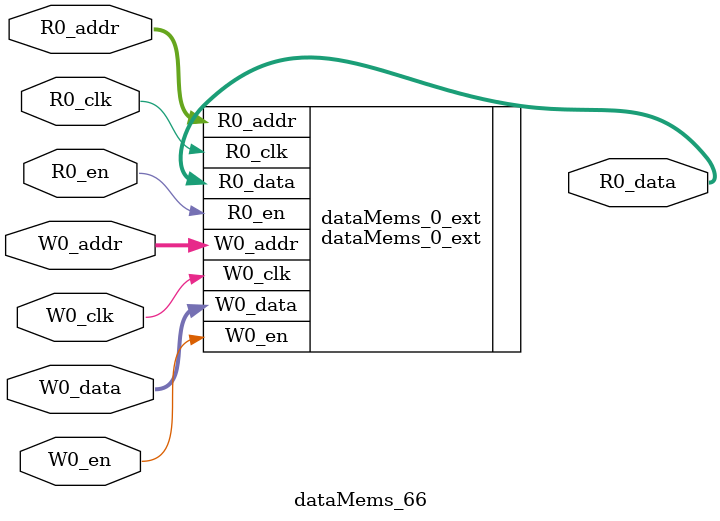
<source format=sv>
`ifndef RANDOMIZE
  `ifdef RANDOMIZE_REG_INIT
    `define RANDOMIZE
  `endif // RANDOMIZE_REG_INIT
`endif // not def RANDOMIZE
`ifndef RANDOMIZE
  `ifdef RANDOMIZE_MEM_INIT
    `define RANDOMIZE
  `endif // RANDOMIZE_MEM_INIT
`endif // not def RANDOMIZE

`ifndef RANDOM
  `define RANDOM $random
`endif // not def RANDOM

// Users can define 'PRINTF_COND' to add an extra gate to prints.
`ifndef PRINTF_COND_
  `ifdef PRINTF_COND
    `define PRINTF_COND_ (`PRINTF_COND)
  `else  // PRINTF_COND
    `define PRINTF_COND_ 1
  `endif // PRINTF_COND
`endif // not def PRINTF_COND_

// Users can define 'ASSERT_VERBOSE_COND' to add an extra gate to assert error printing.
`ifndef ASSERT_VERBOSE_COND_
  `ifdef ASSERT_VERBOSE_COND
    `define ASSERT_VERBOSE_COND_ (`ASSERT_VERBOSE_COND)
  `else  // ASSERT_VERBOSE_COND
    `define ASSERT_VERBOSE_COND_ 1
  `endif // ASSERT_VERBOSE_COND
`endif // not def ASSERT_VERBOSE_COND_

// Users can define 'STOP_COND' to add an extra gate to stop conditions.
`ifndef STOP_COND_
  `ifdef STOP_COND
    `define STOP_COND_ (`STOP_COND)
  `else  // STOP_COND
    `define STOP_COND_ 1
  `endif // STOP_COND
`endif // not def STOP_COND_

// Users can define INIT_RANDOM as general code that gets injected into the
// initializer block for modules with registers.
`ifndef INIT_RANDOM
  `define INIT_RANDOM
`endif // not def INIT_RANDOM

// If using random initialization, you can also define RANDOMIZE_DELAY to
// customize the delay used, otherwise 0.002 is used.
`ifndef RANDOMIZE_DELAY
  `define RANDOMIZE_DELAY 0.002
`endif // not def RANDOMIZE_DELAY

// Define INIT_RANDOM_PROLOG_ for use in our modules below.
`ifndef INIT_RANDOM_PROLOG_
  `ifdef RANDOMIZE
    `ifdef VERILATOR
      `define INIT_RANDOM_PROLOG_ `INIT_RANDOM
    `else  // VERILATOR
      `define INIT_RANDOM_PROLOG_ `INIT_RANDOM #`RANDOMIZE_DELAY begin end
    `endif // VERILATOR
  `else  // RANDOMIZE
    `define INIT_RANDOM_PROLOG_
  `endif // RANDOMIZE
`endif // not def INIT_RANDOM_PROLOG_

// Include register initializers in init blocks unless synthesis is set
`ifndef SYNTHESIS
  `ifndef ENABLE_INITIAL_REG_
    `define ENABLE_INITIAL_REG_
  `endif // not def ENABLE_INITIAL_REG_
`endif // not def SYNTHESIS

// Include rmemory initializers in init blocks unless synthesis is set
`ifndef SYNTHESIS
  `ifndef ENABLE_INITIAL_MEM_
    `define ENABLE_INITIAL_MEM_
  `endif // not def ENABLE_INITIAL_MEM_
`endif // not def SYNTHESIS

module dataMems_66(	// @[generators/ara/src/main/scala/UnsafeAXI4ToTL.scala:365:62]
  input  [4:0]   R0_addr,
  input          R0_en,
  input          R0_clk,
  output [258:0] R0_data,
  input  [4:0]   W0_addr,
  input          W0_en,
  input          W0_clk,
  input  [258:0] W0_data
);

  dataMems_0_ext dataMems_0_ext (	// @[generators/ara/src/main/scala/UnsafeAXI4ToTL.scala:365:62]
    .R0_addr (R0_addr),
    .R0_en   (R0_en),
    .R0_clk  (R0_clk),
    .R0_data (R0_data),
    .W0_addr (W0_addr),
    .W0_en   (W0_en),
    .W0_clk  (W0_clk),
    .W0_data (W0_data)
  );
endmodule


</source>
